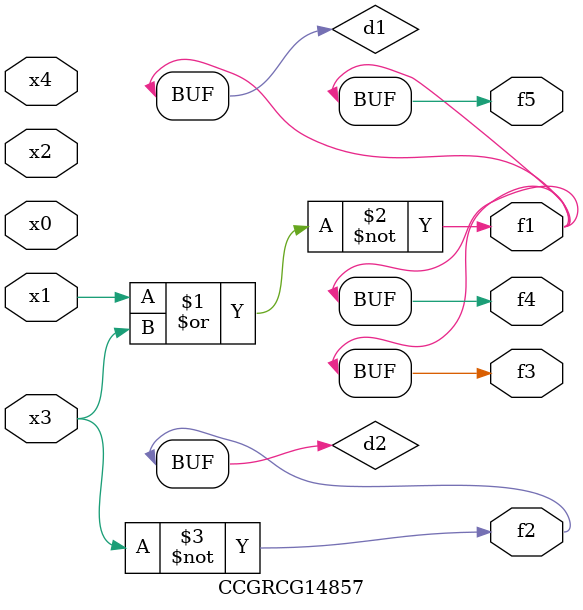
<source format=v>
module CCGRCG14857(
	input x0, x1, x2, x3, x4,
	output f1, f2, f3, f4, f5
);

	wire d1, d2;

	nor (d1, x1, x3);
	not (d2, x3);
	assign f1 = d1;
	assign f2 = d2;
	assign f3 = d1;
	assign f4 = d1;
	assign f5 = d1;
endmodule

</source>
